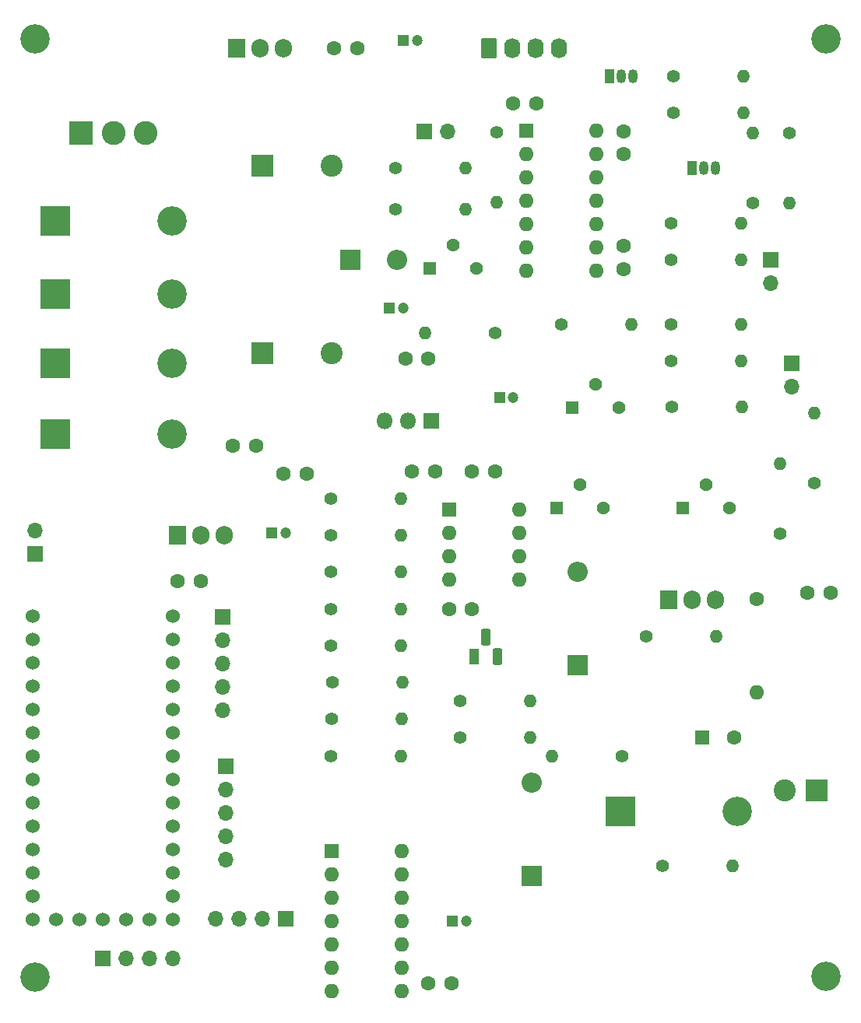
<source format=gbr>
%TF.GenerationSoftware,KiCad,Pcbnew,7.0.8*%
%TF.CreationDate,2023-12-15T09:16:43-05:00*%
%TF.ProjectId,Lab Supply,4c616220-5375-4707-906c-792e6b696361,rev?*%
%TF.SameCoordinates,Original*%
%TF.FileFunction,Soldermask,Bot*%
%TF.FilePolarity,Negative*%
%FSLAX46Y46*%
G04 Gerber Fmt 4.6, Leading zero omitted, Abs format (unit mm)*
G04 Created by KiCad (PCBNEW 7.0.8) date 2023-12-15 09:16:43*
%MOMM*%
%LPD*%
G01*
G04 APERTURE LIST*
G04 Aperture macros list*
%AMRoundRect*
0 Rectangle with rounded corners*
0 $1 Rounding radius*
0 $2 $3 $4 $5 $6 $7 $8 $9 X,Y pos of 4 corners*
0 Add a 4 corners polygon primitive as box body*
4,1,4,$2,$3,$4,$5,$6,$7,$8,$9,$2,$3,0*
0 Add four circle primitives for the rounded corners*
1,1,$1+$1,$2,$3*
1,1,$1+$1,$4,$5*
1,1,$1+$1,$6,$7*
1,1,$1+$1,$8,$9*
0 Add four rect primitives between the rounded corners*
20,1,$1+$1,$2,$3,$4,$5,0*
20,1,$1+$1,$4,$5,$6,$7,0*
20,1,$1+$1,$6,$7,$8,$9,0*
20,1,$1+$1,$8,$9,$2,$3,0*%
G04 Aperture macros list end*
%ADD10R,1.700000X1.700000*%
%ADD11O,1.700000X1.700000*%
%ADD12C,1.600000*%
%ADD13O,1.600000X1.600000*%
%ADD14C,1.400000*%
%ADD15O,1.400000X1.400000*%
%ADD16R,1.050000X1.500000*%
%ADD17O,1.050000X1.500000*%
%ADD18R,3.200000X3.200000*%
%ADD19O,3.200000X3.200000*%
%ADD20R,1.905000X2.000000*%
%ADD21O,1.905000X2.000000*%
%ADD22R,1.200000X1.200000*%
%ADD23C,1.200000*%
%ADD24R,1.600000X1.600000*%
%ADD25RoundRect,0.102000X-0.611000X-0.611000X0.611000X-0.611000X0.611000X0.611000X-0.611000X0.611000X0*%
%ADD26C,1.426000*%
%ADD27R,2.200000X2.200000*%
%ADD28O,2.200000X2.200000*%
%ADD29C,3.200000*%
%ADD30R,2.600000X2.600000*%
%ADD31C,2.600000*%
%ADD32C,1.524000*%
%ADD33R,1.800000X1.800000*%
%ADD34O,1.800000X1.800000*%
%ADD35R,1.100000X1.800000*%
%ADD36RoundRect,0.275000X-0.275000X-0.625000X0.275000X-0.625000X0.275000X0.625000X-0.275000X0.625000X0*%
%ADD37R,2.400000X2.400000*%
%ADD38C,2.400000*%
%ADD39RoundRect,0.250000X-0.620000X-0.845000X0.620000X-0.845000X0.620000X0.845000X-0.620000X0.845000X0*%
%ADD40O,1.740000X2.190000*%
G04 APERTURE END LIST*
D10*
%TO.C,H4*%
X79250000Y-133750000D03*
D11*
X76710000Y-133750000D03*
X74170000Y-133750000D03*
X71630000Y-133750000D03*
%TD*%
D10*
%TO.C,H1*%
X59380000Y-138000000D03*
D11*
X61920000Y-138000000D03*
X64460000Y-138000000D03*
X67000000Y-138000000D03*
%TD*%
D12*
%TO.C,R27*%
X130500000Y-98920000D03*
D13*
X130500000Y-109080000D03*
%TD*%
D14*
%TO.C,R29*%
X130000000Y-55810000D03*
D15*
X130000000Y-48190000D03*
%TD*%
D16*
%TO.C,Q2*%
X123460000Y-52000000D03*
D17*
X124730000Y-52000000D03*
X126000000Y-52000000D03*
%TD*%
D10*
%TO.C,D4*%
X134250000Y-73250000D03*
D11*
X134250000Y-75790000D03*
%TD*%
D18*
%TO.C,D5*%
X54150000Y-57750000D03*
D19*
X66850000Y-57750000D03*
%TD*%
D12*
%TO.C,C6*%
X93000000Y-85000000D03*
X95500000Y-85000000D03*
%TD*%
D14*
%TO.C,R30*%
X121190000Y-62000000D03*
D15*
X128810000Y-62000000D03*
%TD*%
D14*
%TO.C,R10*%
X102000000Y-70000000D03*
D15*
X94380000Y-70000000D03*
%TD*%
D20*
%TO.C,U5*%
X73920000Y-39000000D03*
D21*
X76460000Y-39000000D03*
X79000000Y-39000000D03*
%TD*%
D12*
%TO.C,C16*%
X94750000Y-140750000D03*
X97250000Y-140750000D03*
%TD*%
D16*
%TO.C,Q1*%
X114460000Y-42000000D03*
D17*
X115730000Y-42000000D03*
X117000000Y-42000000D03*
%TD*%
D14*
%TO.C,R2*%
X121200000Y-78000000D03*
D15*
X128820000Y-78000000D03*
%TD*%
D22*
%TO.C,C12*%
X92047349Y-38150000D03*
D23*
X93547349Y-38150000D03*
%TD*%
D24*
%TO.C,U1*%
X105380000Y-47920000D03*
D13*
X105380000Y-50460000D03*
X105380000Y-53000000D03*
X105380000Y-55540000D03*
X105380000Y-58080000D03*
X105380000Y-60620000D03*
X105380000Y-63160000D03*
X113000000Y-63160000D03*
X113000000Y-60620000D03*
X113000000Y-58080000D03*
X113000000Y-55540000D03*
X113000000Y-53000000D03*
X113000000Y-50460000D03*
X113000000Y-47920000D03*
%TD*%
D20*
%TO.C,Q3*%
X120920000Y-99000000D03*
D21*
X123460000Y-99000000D03*
X126000000Y-99000000D03*
%TD*%
D25*
%TO.C,RV2*%
X110410000Y-78075000D03*
D26*
X112950000Y-75535000D03*
X115490000Y-78075000D03*
%TD*%
D14*
%TO.C,R7*%
X136750000Y-86310000D03*
D15*
X136750000Y-78690000D03*
%TD*%
D12*
%TO.C,C2*%
X79000000Y-85250000D03*
X81500000Y-85250000D03*
%TD*%
D14*
%TO.C,R9*%
X98190000Y-114000000D03*
D15*
X105810000Y-114000000D03*
%TD*%
D27*
%TO.C,D1*%
X111000000Y-106080000D03*
D28*
X111000000Y-95920000D03*
%TD*%
D10*
%TO.C,H2*%
X72380000Y-100880000D03*
D11*
X72380000Y-103420000D03*
X72380000Y-105960000D03*
X72380000Y-108500000D03*
X72380000Y-111040000D03*
%TD*%
D10*
%TO.C,SW1*%
X132000000Y-62000000D03*
D11*
X132000000Y-64540000D03*
%TD*%
D10*
%TO.C,TH1*%
X52000000Y-94000000D03*
D11*
X52000000Y-91460000D03*
%TD*%
D12*
%TO.C,C21*%
X94750000Y-72750000D03*
X92250000Y-72750000D03*
%TD*%
D25*
%TO.C,RV6*%
X122395000Y-89000000D03*
D26*
X124935000Y-86460000D03*
X127475000Y-89000000D03*
%TD*%
D14*
%TO.C,R20*%
X84190000Y-92000000D03*
D15*
X91810000Y-92000000D03*
%TD*%
D12*
%TO.C,C5*%
X97000000Y-100000000D03*
X99500000Y-100000000D03*
%TD*%
D22*
%TO.C,C15*%
X97347349Y-134000000D03*
D23*
X98847349Y-134000000D03*
%TD*%
D14*
%TO.C,R6*%
X91190000Y-56500000D03*
D15*
X98810000Y-56500000D03*
%TD*%
D20*
%TO.C,U2*%
X67460000Y-91945000D03*
D21*
X70000000Y-91945000D03*
X72540000Y-91945000D03*
%TD*%
D14*
%TO.C,R1*%
X134000000Y-48190000D03*
D15*
X134000000Y-55810000D03*
%TD*%
D14*
%TO.C,R17*%
X121380000Y-42000000D03*
D15*
X129000000Y-42000000D03*
%TD*%
D27*
%TO.C,D2*%
X106000000Y-129080000D03*
D28*
X106000000Y-118920000D03*
%TD*%
D22*
%TO.C,C10*%
X102500000Y-77000000D03*
D23*
X104000000Y-77000000D03*
%TD*%
D14*
%TO.C,R21*%
X102225000Y-48165000D03*
D15*
X102225000Y-55785000D03*
%TD*%
D12*
%TO.C,C19*%
X104000000Y-45000000D03*
X106500000Y-45000000D03*
%TD*%
%TO.C,C17*%
X138500000Y-98250000D03*
X136000000Y-98250000D03*
%TD*%
%TO.C,C13*%
X116000000Y-60500000D03*
X116000000Y-63000000D03*
%TD*%
D14*
%TO.C,R25*%
X121380000Y-46000000D03*
D15*
X129000000Y-46000000D03*
%TD*%
D18*
%TO.C,D10*%
X115650000Y-122000000D03*
D19*
X128350000Y-122000000D03*
%TD*%
D24*
%TO.C,C18*%
X124500000Y-114000000D03*
D12*
X128000000Y-114000000D03*
%TD*%
D29*
%TO.C,REF\u002A\u002A*%
X138000000Y-140000000D03*
%TD*%
D14*
%TO.C,R26*%
X121190000Y-58000000D03*
D15*
X128810000Y-58000000D03*
%TD*%
D30*
%TO.C,J1*%
X57000000Y-48200000D03*
D31*
X60500000Y-48200000D03*
X64000000Y-48200000D03*
%TD*%
D29*
%TO.C,REF\u002A\u002A*%
X52000000Y-140100000D03*
%TD*%
%TO.C,REF\u002A\u002A*%
X52000000Y-38000000D03*
%TD*%
D32*
%TO.C,U6*%
X51760000Y-100760000D03*
X51760000Y-103300000D03*
X51760000Y-105840000D03*
X51760000Y-108380000D03*
X51760000Y-110920000D03*
X51760000Y-113460000D03*
X51760000Y-116000000D03*
X51760000Y-118540000D03*
X51760000Y-121080000D03*
X51760000Y-123620000D03*
X51760000Y-126160000D03*
X51760000Y-128700000D03*
X51760000Y-131240000D03*
X51760000Y-133780000D03*
X54300000Y-133780000D03*
X56840000Y-133780000D03*
X59380000Y-133780000D03*
X61920000Y-133780000D03*
X64460000Y-133780000D03*
X67000000Y-133780000D03*
X67000000Y-131240000D03*
X67000000Y-128700000D03*
X67000000Y-126160000D03*
X67000000Y-123620000D03*
X67000000Y-121080000D03*
X67000000Y-118540000D03*
X67000000Y-116000000D03*
X67000000Y-113460000D03*
X67000000Y-110920000D03*
X67000000Y-108380000D03*
X67000000Y-105840000D03*
X67000000Y-103300000D03*
X67000000Y-100760000D03*
%TD*%
D12*
%TO.C,C9*%
X99500000Y-85000000D03*
X102000000Y-85000000D03*
%TD*%
D14*
%TO.C,R18*%
X84190000Y-100000000D03*
D15*
X91810000Y-100000000D03*
%TD*%
D18*
%TO.C,D6*%
X54150000Y-65750000D03*
D19*
X66850000Y-65750000D03*
%TD*%
D10*
%TO.C,H3*%
X72750000Y-117130000D03*
D11*
X72750000Y-119670000D03*
X72750000Y-122210000D03*
X72750000Y-124750000D03*
X72750000Y-127290000D03*
%TD*%
D14*
%TO.C,R13*%
X91190000Y-52000000D03*
D15*
X98810000Y-52000000D03*
%TD*%
D24*
%TO.C,U4*%
X97000000Y-89200000D03*
D13*
X97000000Y-91740000D03*
X97000000Y-94280000D03*
X97000000Y-96820000D03*
X104620000Y-96820000D03*
X104620000Y-94280000D03*
X104620000Y-91740000D03*
X104620000Y-89200000D03*
%TD*%
D14*
%TO.C,R3*%
X115810000Y-116000000D03*
D15*
X108190000Y-116000000D03*
%TD*%
D14*
%TO.C,R24*%
X121190000Y-69000000D03*
D15*
X128810000Y-69000000D03*
%TD*%
D14*
%TO.C,R14*%
X84290000Y-108000000D03*
D15*
X91910000Y-108000000D03*
%TD*%
D12*
%TO.C,C1*%
X76000000Y-82250000D03*
X73500000Y-82250000D03*
%TD*%
%TO.C,C7*%
X67500000Y-97000000D03*
X70000000Y-97000000D03*
%TD*%
D33*
%TO.C,Q4*%
X95040000Y-79500000D03*
D34*
X92500000Y-79500000D03*
X89960000Y-79500000D03*
%TD*%
D14*
%TO.C,R16*%
X84240000Y-112000000D03*
D15*
X91860000Y-112000000D03*
%TD*%
D18*
%TO.C,D7*%
X54150000Y-81000000D03*
D19*
X66850000Y-81000000D03*
%TD*%
D22*
%TO.C,C8*%
X77750000Y-91750000D03*
D23*
X79250000Y-91750000D03*
%TD*%
D10*
%TO.C,D9*%
X94304315Y-48000000D03*
D11*
X96844315Y-48000000D03*
%TD*%
D14*
%TO.C,R4*%
X109190000Y-69000000D03*
D15*
X116810000Y-69000000D03*
%TD*%
D12*
%TO.C,C14*%
X116000000Y-48000000D03*
X116000000Y-50500000D03*
%TD*%
D14*
%TO.C,R19*%
X84190000Y-96000000D03*
D15*
X91810000Y-96000000D03*
%TD*%
D18*
%TO.C,D8*%
X54150000Y-73250000D03*
D19*
X66850000Y-73250000D03*
%TD*%
D12*
%TO.C,C11*%
X84500000Y-39000000D03*
X87000000Y-39000000D03*
%TD*%
D14*
%TO.C,R28*%
X120190000Y-128000000D03*
D15*
X127810000Y-128000000D03*
%TD*%
D35*
%TO.C,U3*%
X99730000Y-105150000D03*
D36*
X101000000Y-103080000D03*
X102270000Y-105150000D03*
%TD*%
D14*
%TO.C,R5*%
X84190000Y-88000000D03*
D15*
X91810000Y-88000000D03*
%TD*%
D37*
%TO.C,C4*%
X76700000Y-72200000D03*
D38*
X84200000Y-72200000D03*
%TD*%
D14*
%TO.C,R11*%
X84190000Y-104000000D03*
D15*
X91810000Y-104000000D03*
%TD*%
D27*
%TO.C,D3*%
X86242183Y-62000000D03*
D28*
X91322183Y-62000000D03*
%TD*%
D29*
%TO.C,*%
X138000000Y-38000000D03*
%TD*%
D14*
%TO.C,R12*%
X84190000Y-116000000D03*
D15*
X91810000Y-116000000D03*
%TD*%
D24*
%TO.C,U7*%
X84200000Y-126375000D03*
D13*
X84200000Y-128915000D03*
X84200000Y-131455000D03*
X84200000Y-133995000D03*
X84200000Y-136535000D03*
X84200000Y-139075000D03*
X84200000Y-141615000D03*
X91820000Y-141615000D03*
X91820000Y-139075000D03*
X91820000Y-136535000D03*
X91820000Y-133995000D03*
X91820000Y-131455000D03*
X91820000Y-128915000D03*
X91820000Y-126375000D03*
%TD*%
D14*
%TO.C,R15*%
X121190000Y-73000000D03*
D15*
X128810000Y-73000000D03*
%TD*%
D14*
%TO.C,R23*%
X118415000Y-102975000D03*
D15*
X126035000Y-102975000D03*
%TD*%
D14*
%TO.C,R8*%
X98190000Y-110000000D03*
D15*
X105810000Y-110000000D03*
%TD*%
D25*
%TO.C,RV1*%
X108710000Y-88975000D03*
D26*
X111250000Y-86435000D03*
X113790000Y-88975000D03*
%TD*%
D22*
%TO.C,C20*%
X90500000Y-67250000D03*
D23*
X92000000Y-67250000D03*
%TD*%
D37*
%TO.C,J4*%
X137000000Y-119750000D03*
D38*
X133500000Y-119750000D03*
%TD*%
D14*
%TO.C,R22*%
X133000000Y-91810000D03*
D15*
X133000000Y-84190000D03*
%TD*%
D25*
%TO.C,RV5*%
X94935000Y-62900000D03*
D26*
X97475000Y-60360000D03*
X100015000Y-62900000D03*
%TD*%
D37*
%TO.C,C3*%
X76700000Y-51800000D03*
D38*
X84200000Y-51800000D03*
%TD*%
D39*
%TO.C,M1*%
X101380000Y-39000000D03*
D40*
X103920000Y-39000000D03*
X106460000Y-39000000D03*
X109000000Y-39000000D03*
%TD*%
M02*

</source>
